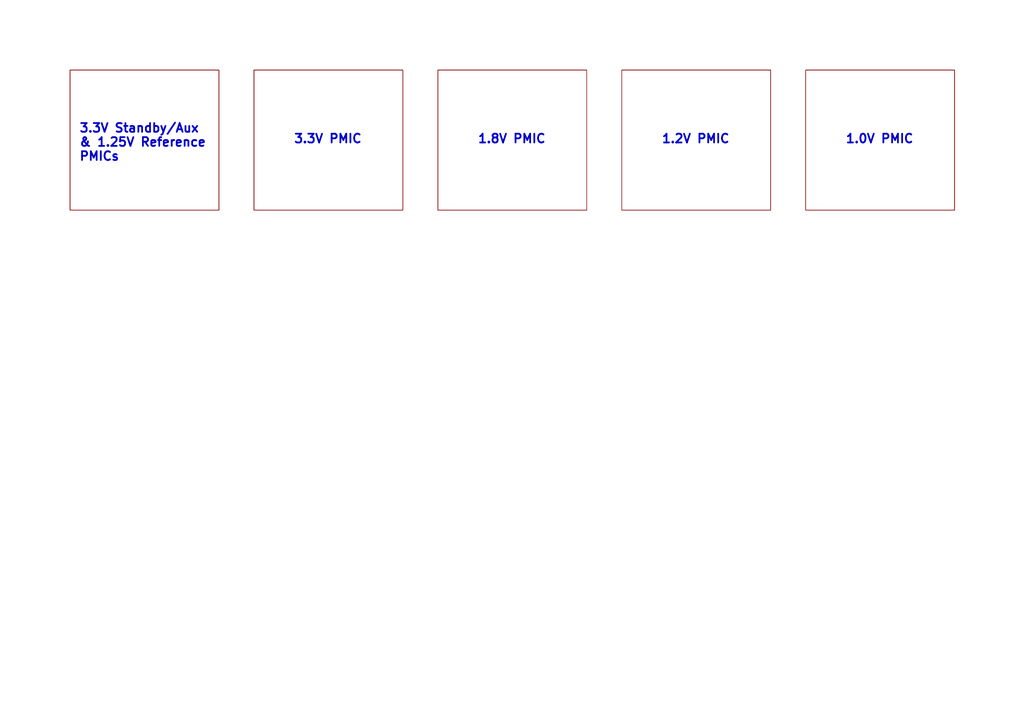
<source format=kicad_sch>
(kicad_sch (version 20230121) (generator eeschema)
  (paper "A4")
  (title_block (title "Power Supplies") (date "2023-12-26") (rev "A") (company "Jordan Harris-Toovy") (comment 1 "Mainboard for Capstone Project at Oregon Tech"))
  (lib_symbols)
  (text "3.3V Standby/Aux\n& 1.25V Reference\nPMICs" (at 22.86 46.99 0) (effects (font (size 2.54 2.54) bold) (justify left bottom)))
  (text "1.2V PMIC" (at 191.77 41.91 0) (effects (font (size 2.54 2.54) bold) (justify left bottom)))
  (text "1.8V PMIC" (at 138.43 41.91 0) (effects (font (size 2.54 2.54) bold) (justify left bottom)))
  (text "3.3V PMIC" (at 85.09 41.91 0) (effects (font (size 2.54 2.54) bold) (justify left bottom)))
  (text "1.0V PMIC" (at 245.11 41.91 0) (effects (font (size 2.54 2.54) bold) (justify left bottom)))
  (sheet (at 180.34 20.32) (size 43.18 40.64) (stroke (width 0.1524))
    (property "Sheetname" "1.2V PMIC" (effects hide))
    (property "Sheetfile" "1V2_PMIC.kicad_sch" (effects hide))
  )
  (sheet (at 127 20.32) (size 43.18 40.64) (stroke (width 0.1524))
    (property "Sheetname" "1.8V PMIC" (effects hide))
    (property "Sheetfile" "1V8_PMIC.kicad_sch" (effects hide))
  )
  (sheet (at 233.68 20.32) (size 43.18 40.64) (stroke (width 0.1524))
    (property "Sheetname" "1.0V PMIC" (effects hide))
    (property "Sheetfile" "1V0_PMIC.kicad_sch" (effects hide))
  )
  (sheet (at 73.66 20.32) (size 43.18 40.64) (stroke (width 0.1524))
    (property "Sheetname" "3.3V PMIC" (effects hide))
    (property "Sheetfile" "3V3_PMIC.kicad_sch" (effects hide))
  )
  (sheet (at 20.32 20.32) (size 43.18 40.64) (stroke (width 0.1524))
    (property "Sheetname" "3.3V StandbyAux & 1.25V Ref PMICs" (effects hide))
    (property "Sheetfile" "3V3AUX_1V25REF_PMICs.kicad_sch" (effects hide))
  )
)
</source>
